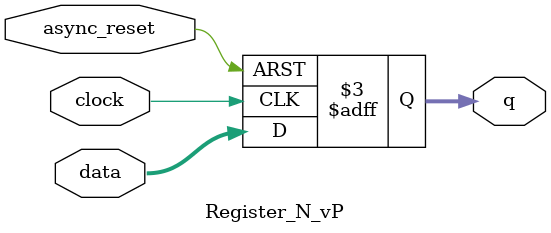
<source format=sv>
module Register_N_vP #(parameter N = 8)
(
	input [N-1:0] data,
	
	input clock,
	input async_reset,
	
	output reg [N-1:0] q
);
	always @(posedge clock or negedge async_reset)
	begin
		if(!async_reset)
			q <= 0;
		else
			q <= data;
	end

endmodule
</source>
